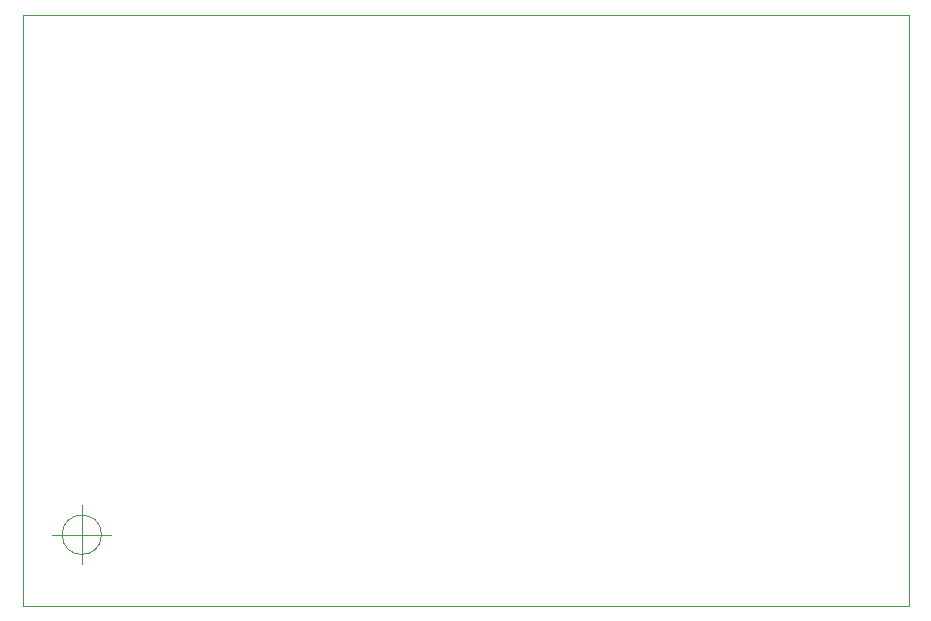
<source format=gbr>
G04 #@! TF.GenerationSoftware,KiCad,Pcbnew,5.0.2-bee76a0~70~ubuntu18.04.1*
G04 #@! TF.CreationDate,2019-07-19T14:17:51+01:00*
G04 #@! TF.ProjectId,led_driver,6c65645f-6472-4697-9665-722e6b696361,rev?*
G04 #@! TF.SameCoordinates,Original*
G04 #@! TF.FileFunction,Profile,NP*
%FSLAX46Y46*%
G04 Gerber Fmt 4.6, Leading zero omitted, Abs format (unit mm)*
G04 Created by KiCad (PCBNEW 5.0.2-bee76a0~70~ubuntu18.04.1) date Fri 19 Jul 2019 14:17:51 BST*
%MOMM*%
%LPD*%
G01*
G04 APERTURE LIST*
%ADD10C,0.100000*%
G04 APERTURE END LIST*
D10*
X92666666Y-97000000D02*
G75*
G03X92666666Y-97000000I-1666666J0D01*
G01*
X88500000Y-97000000D02*
X93500000Y-97000000D01*
X91000000Y-94500000D02*
X91000000Y-99500000D01*
X86000000Y-103000000D02*
X86000000Y-53000000D01*
X161000000Y-103000000D02*
X86000000Y-103000000D01*
X161000000Y-53000000D02*
X161000000Y-103000000D01*
X86000000Y-53000000D02*
X161000000Y-53000000D01*
M02*

</source>
